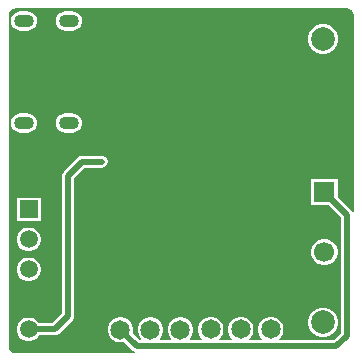
<source format=gbl>
G04*
G04 #@! TF.GenerationSoftware,Altium Limited,Altium Designer,21.6.1 (37)*
G04*
G04 Layer_Physical_Order=2*
G04 Layer_Color=1265191*
%FSLAX25Y25*%
%MOIN*%
G70*
G04*
G04 #@! TF.SameCoordinates,623A30CF-433B-4B46-B165-7DC5B4DDAD39*
G04*
G04*
G04 #@! TF.FilePolarity,Positive*
G04*
G01*
G75*
%ADD44C,0.01968*%
%ADD46R,0.06693X0.06693*%
%ADD47C,0.06693*%
%ADD48C,0.07874*%
%ADD49O,0.06693X0.04331*%
%ADD50C,0.05906*%
%ADD51R,0.05906X0.05906*%
%ADD52R,0.06496X0.06496*%
%ADD53C,0.06496*%
%ADD54C,0.01968*%
G36*
X115105Y116422D02*
X115894Y115894D01*
X116422Y115105D01*
X116594Y114239D01*
X116581Y114173D01*
Y48564D01*
X116081Y48515D01*
X116069Y48574D01*
X115631Y49231D01*
X111146Y53715D01*
Y59547D01*
X102453D01*
Y50854D01*
X108285D01*
X112177Y46962D01*
Y8138D01*
X109962Y5923D01*
X91979D01*
X91772Y6423D01*
X92251Y6903D01*
X92810Y7871D01*
X93100Y8952D01*
Y10070D01*
X92810Y11151D01*
X92251Y12119D01*
X91460Y12910D01*
X90491Y13469D01*
X89411Y13759D01*
X88292D01*
X87212Y13469D01*
X86243Y12910D01*
X85452Y12119D01*
X84893Y11151D01*
X84604Y10070D01*
Y8952D01*
X84893Y7871D01*
X85452Y6903D01*
X85932Y6423D01*
X85725Y5923D01*
X81979D01*
X81771Y6423D01*
X82251Y6903D01*
X82810Y7871D01*
X83100Y8952D01*
Y10070D01*
X82810Y11151D01*
X82251Y12119D01*
X81460Y12910D01*
X80491Y13469D01*
X79411Y13759D01*
X78292D01*
X77212Y13469D01*
X76243Y12910D01*
X75452Y12119D01*
X74893Y11151D01*
X74603Y10070D01*
Y8952D01*
X74893Y7871D01*
X75452Y6903D01*
X75932Y6423D01*
X75725Y5923D01*
X71979D01*
X71772Y6423D01*
X72251Y6903D01*
X72810Y7871D01*
X73100Y8952D01*
Y10070D01*
X72810Y11151D01*
X72251Y12119D01*
X71460Y12910D01*
X70491Y13469D01*
X69411Y13759D01*
X68292D01*
X67212Y13469D01*
X66243Y12910D01*
X65452Y12119D01*
X64893Y11151D01*
X64604Y10070D01*
Y8952D01*
X64893Y7871D01*
X65452Y6903D01*
X65932Y6423D01*
X65724Y5923D01*
X62023D01*
X61816Y6423D01*
X62199Y6807D01*
X62759Y7775D01*
X63048Y8856D01*
Y9974D01*
X62759Y11055D01*
X62199Y12024D01*
X61409Y12814D01*
X60440Y13374D01*
X59360Y13663D01*
X58241D01*
X57161Y13374D01*
X56192Y12814D01*
X55401Y12024D01*
X54842Y11055D01*
X54552Y9974D01*
Y8856D01*
X54842Y7775D01*
X55401Y6807D01*
X55785Y6423D01*
X55577Y5923D01*
X52023D01*
X51816Y6423D01*
X52200Y6807D01*
X52759Y7775D01*
X53048Y8856D01*
Y9974D01*
X52759Y11055D01*
X52200Y12024D01*
X51409Y12814D01*
X50440Y13374D01*
X49360Y13663D01*
X48241D01*
X47161Y13374D01*
X46192Y12814D01*
X45401Y12024D01*
X44842Y11055D01*
X44552Y9974D01*
Y8856D01*
X44842Y7775D01*
X45401Y6807D01*
X45752Y6456D01*
X45574Y6010D01*
X45116Y5961D01*
X42873Y8203D01*
X43048Y8856D01*
Y9974D01*
X42759Y11055D01*
X42200Y12024D01*
X41409Y12814D01*
X40440Y13374D01*
X39360Y13663D01*
X38241D01*
X37161Y13374D01*
X36192Y12814D01*
X35401Y12024D01*
X34842Y11055D01*
X34552Y9974D01*
Y8856D01*
X34842Y7775D01*
X35401Y6807D01*
X36192Y6016D01*
X37161Y5457D01*
X38241Y5167D01*
X39360D01*
X40012Y5342D01*
X42885Y2469D01*
X43541Y2031D01*
X43549Y2029D01*
X43499Y1529D01*
X3937D01*
X3871Y1516D01*
X3006Y1688D01*
X2216Y2216D01*
X1688Y3006D01*
X1516Y3871D01*
X1529Y3937D01*
Y114173D01*
X1516Y114239D01*
X1688Y115105D01*
X2216Y115894D01*
X3006Y116422D01*
X3871Y116594D01*
X3937Y116581D01*
X114173D01*
X114239Y116594D01*
X115105Y116422D01*
D02*
G37*
%LPC*%
G36*
X22742Y115508D02*
X20380D01*
X19553Y115400D01*
X18783Y115081D01*
X18122Y114573D01*
X17615Y113912D01*
X17296Y113142D01*
X17187Y112316D01*
X17296Y111489D01*
X17615Y110719D01*
X18122Y110058D01*
X18783Y109551D01*
X19553Y109232D01*
X20380Y109123D01*
X22742D01*
X23568Y109232D01*
X24338Y109551D01*
X24999Y110058D01*
X25507Y110719D01*
X25826Y111489D01*
X25934Y112316D01*
X25826Y113142D01*
X25507Y113912D01*
X24999Y114573D01*
X24338Y115081D01*
X23568Y115400D01*
X22742Y115508D01*
D02*
G37*
G36*
X7781D02*
X5419D01*
X4593Y115400D01*
X3823Y115081D01*
X3161Y114573D01*
X2654Y113912D01*
X2335Y113142D01*
X2226Y112316D01*
X2335Y111489D01*
X2654Y110719D01*
X3161Y110058D01*
X3823Y109551D01*
X4593Y109232D01*
X5419Y109123D01*
X7781D01*
X8607Y109232D01*
X9377Y109551D01*
X10039Y110058D01*
X10546Y110719D01*
X10865Y111489D01*
X10974Y112316D01*
X10865Y113142D01*
X10546Y113912D01*
X10039Y114573D01*
X9377Y115081D01*
X8607Y115400D01*
X7781Y115508D01*
D02*
G37*
G36*
X106949Y111236D02*
X105649D01*
X104394Y110900D01*
X103268Y110250D01*
X102349Y109331D01*
X101699Y108205D01*
X101362Y106949D01*
Y105649D01*
X101699Y104394D01*
X102349Y103268D01*
X103268Y102349D01*
X104394Y101699D01*
X105649Y101362D01*
X106949D01*
X108205Y101699D01*
X109331Y102349D01*
X110250Y103268D01*
X110900Y104394D01*
X111236Y105649D01*
Y106949D01*
X110900Y108205D01*
X110250Y109331D01*
X109331Y110250D01*
X108205Y110900D01*
X106949Y111236D01*
D02*
G37*
G36*
X22742Y81493D02*
X20380D01*
X19553Y81384D01*
X18783Y81065D01*
X18122Y80558D01*
X17615Y79896D01*
X17296Y79126D01*
X17187Y78300D01*
X17296Y77474D01*
X17615Y76704D01*
X18122Y76042D01*
X18783Y75535D01*
X19553Y75216D01*
X20380Y75107D01*
X22742D01*
X23568Y75216D01*
X24338Y75535D01*
X24999Y76042D01*
X25507Y76704D01*
X25826Y77474D01*
X25934Y78300D01*
X25826Y79126D01*
X25507Y79896D01*
X24999Y80558D01*
X24338Y81065D01*
X23568Y81384D01*
X22742Y81493D01*
D02*
G37*
G36*
X7781D02*
X5419D01*
X4593Y81384D01*
X3823Y81065D01*
X3161Y80558D01*
X2654Y79896D01*
X2335Y79126D01*
X2226Y78300D01*
X2335Y77474D01*
X2654Y76704D01*
X3161Y76042D01*
X3823Y75535D01*
X4593Y75216D01*
X5419Y75107D01*
X7781D01*
X8607Y75216D01*
X9377Y75535D01*
X10039Y76042D01*
X10546Y76704D01*
X10865Y77474D01*
X10974Y78300D01*
X10865Y79126D01*
X10546Y79896D01*
X10039Y80558D01*
X9377Y81065D01*
X8607Y81384D01*
X7781Y81493D01*
D02*
G37*
G36*
X12153Y53464D02*
X4247D01*
Y45558D01*
X12153D01*
Y53464D01*
D02*
G37*
G36*
X8720Y43464D02*
X7680D01*
X6674Y43194D01*
X5773Y42674D01*
X5037Y41938D01*
X4517Y41036D01*
X4247Y40031D01*
Y38990D01*
X4517Y37985D01*
X5037Y37084D01*
X5773Y36348D01*
X6674Y35827D01*
X7680Y35558D01*
X8720D01*
X9726Y35827D01*
X10627Y36348D01*
X11363Y37084D01*
X11883Y37985D01*
X12153Y38990D01*
Y40031D01*
X11883Y41036D01*
X11363Y41938D01*
X10627Y42674D01*
X9726Y43194D01*
X8720Y43464D01*
D02*
G37*
G36*
X107372Y39546D02*
X106228D01*
X105122Y39250D01*
X104131Y38678D01*
X103322Y37869D01*
X102750Y36878D01*
X102453Y35772D01*
Y34628D01*
X102750Y33522D01*
X103322Y32531D01*
X104131Y31722D01*
X105122Y31150D01*
X106228Y30854D01*
X107372D01*
X108478Y31150D01*
X109469Y31722D01*
X110278Y32531D01*
X110850Y33522D01*
X111146Y34628D01*
Y35772D01*
X110850Y36878D01*
X110278Y37869D01*
X109469Y38678D01*
X108478Y39250D01*
X107372Y39546D01*
D02*
G37*
G36*
X8720Y33464D02*
X7680D01*
X6674Y33194D01*
X5773Y32674D01*
X5037Y31938D01*
X4517Y31036D01*
X4247Y30031D01*
Y28990D01*
X4517Y27985D01*
X5037Y27084D01*
X5773Y26348D01*
X6674Y25828D01*
X7680Y25558D01*
X8720D01*
X9726Y25828D01*
X10627Y26348D01*
X11363Y27084D01*
X11883Y27985D01*
X12153Y28990D01*
Y30031D01*
X11883Y31036D01*
X11363Y31938D01*
X10627Y32674D01*
X9726Y33194D01*
X8720Y33464D01*
D02*
G37*
G36*
X32500Y67455D02*
X26131D01*
X25357Y67301D01*
X24701Y66862D01*
X19969Y62131D01*
X19531Y61474D01*
X19377Y60700D01*
Y14938D01*
X15973Y11534D01*
X11596D01*
X11363Y11938D01*
X10627Y12674D01*
X9726Y13194D01*
X8720Y13464D01*
X7680D01*
X6674Y13194D01*
X5773Y12674D01*
X5037Y11938D01*
X4517Y11037D01*
X4247Y10031D01*
Y8990D01*
X4517Y7985D01*
X5037Y7084D01*
X5773Y6348D01*
X6674Y5827D01*
X7680Y5558D01*
X8720D01*
X9726Y5827D01*
X10627Y6348D01*
X11363Y7084D01*
X11596Y7488D01*
X16811D01*
X17585Y7642D01*
X18241Y8080D01*
X22831Y12669D01*
X23269Y13326D01*
X23423Y14100D01*
Y59862D01*
X26970Y63408D01*
X32500D01*
X32695Y63447D01*
X32895D01*
X33079Y63524D01*
X33274Y63562D01*
X33440Y63673D01*
X33624Y63749D01*
X33765Y63890D01*
X33931Y64001D01*
X34041Y64167D01*
X34182Y64307D01*
X34258Y64492D01*
X34369Y64657D01*
X34408Y64853D01*
X34484Y65037D01*
Y65236D01*
X34523Y65431D01*
X34484Y65627D01*
Y65826D01*
X34408Y66010D01*
X34369Y66206D01*
X34258Y66371D01*
X34182Y66556D01*
X34041Y66696D01*
X33931Y66862D01*
X33765Y66973D01*
X33624Y67114D01*
X33440Y67190D01*
X33274Y67301D01*
X33079Y67339D01*
X32895Y67416D01*
X32695D01*
X32500Y67455D01*
D02*
G37*
G36*
X106949Y16748D02*
X105649D01*
X104394Y16412D01*
X103268Y15762D01*
X102349Y14842D01*
X101699Y13717D01*
X101362Y12461D01*
Y11161D01*
X101699Y9905D01*
X102349Y8780D01*
X103268Y7860D01*
X104394Y7210D01*
X105649Y6874D01*
X106949D01*
X108205Y7210D01*
X109331Y7860D01*
X110250Y8780D01*
X110900Y9905D01*
X111236Y11161D01*
Y12461D01*
X110900Y13717D01*
X110250Y14842D01*
X109331Y15762D01*
X108205Y16412D01*
X106949Y16748D01*
D02*
G37*
%LPD*%
D44*
X106800Y55200D02*
X114200Y47800D01*
X110800Y3900D02*
X114200Y7300D01*
Y47800D01*
X26131Y65431D02*
X32500D01*
X21400Y60700D02*
X26131Y65431D01*
X21400Y14100D02*
Y60700D01*
X16811Y9511D02*
X21400Y14100D01*
X8200Y9511D02*
X16811D01*
X44315Y3900D02*
X110800D01*
X38800Y9415D02*
X44315Y3900D01*
D46*
X106800Y55200D02*
D03*
D47*
Y45200D02*
D03*
Y35200D02*
D03*
D48*
X106299Y106299D02*
D03*
Y11811D02*
D03*
D49*
X21561Y78300D02*
D03*
Y112316D02*
D03*
X6600D02*
D03*
Y78300D02*
D03*
D50*
X8200Y9511D02*
D03*
Y19511D02*
D03*
Y29511D02*
D03*
Y39511D02*
D03*
D51*
Y49511D02*
D03*
D52*
X28800Y9425D02*
D03*
D53*
X68852Y9511D02*
D03*
X78851D02*
D03*
X88851D02*
D03*
X58800Y9415D02*
D03*
X48800D02*
D03*
X38800D02*
D03*
D54*
X85400Y30500D02*
D03*
X68200Y44000D02*
D03*
X63100D02*
D03*
X33000Y25500D02*
D03*
X50500Y60200D02*
D03*
X38200Y59200D02*
D03*
X33000D02*
D03*
X12000Y72000D02*
D03*
X6800D02*
D03*
X7300Y98400D02*
D03*
Y93200D02*
D03*
Y88000D02*
D03*
X48500Y94300D02*
D03*
Y89000D02*
D03*
X100000Y81100D02*
D03*
Y76800D02*
D03*
X78500Y74400D02*
D03*
Y78600D02*
D03*
Y82800D02*
D03*
X32500Y65431D02*
D03*
M02*

</source>
